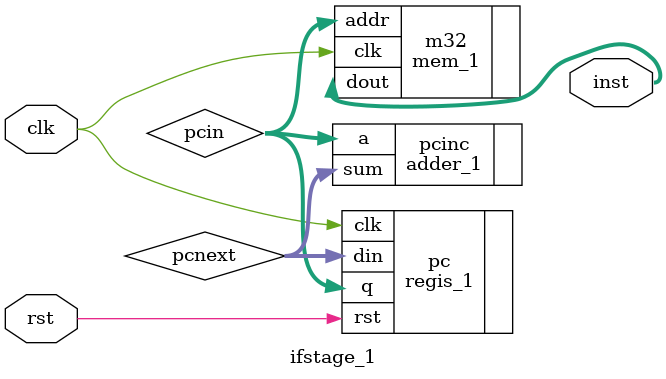
<source format=sv>
`timescale 1ns / 1ps


module ifstage_1(input logic clk, rst, output logic [31:0] inst);
logic [31:0] pcin;
logic [31:0] pcnext;
regis_1 pc( .clk(clk), .rst(rst), .din(pcnext), .q(pcin));
adder_1 pcinc( .a(pcin), .sum(pcnext));
mem_1 m32( .clk(clk), .addr(pcin), .dout(inst));
endmodule

</source>
